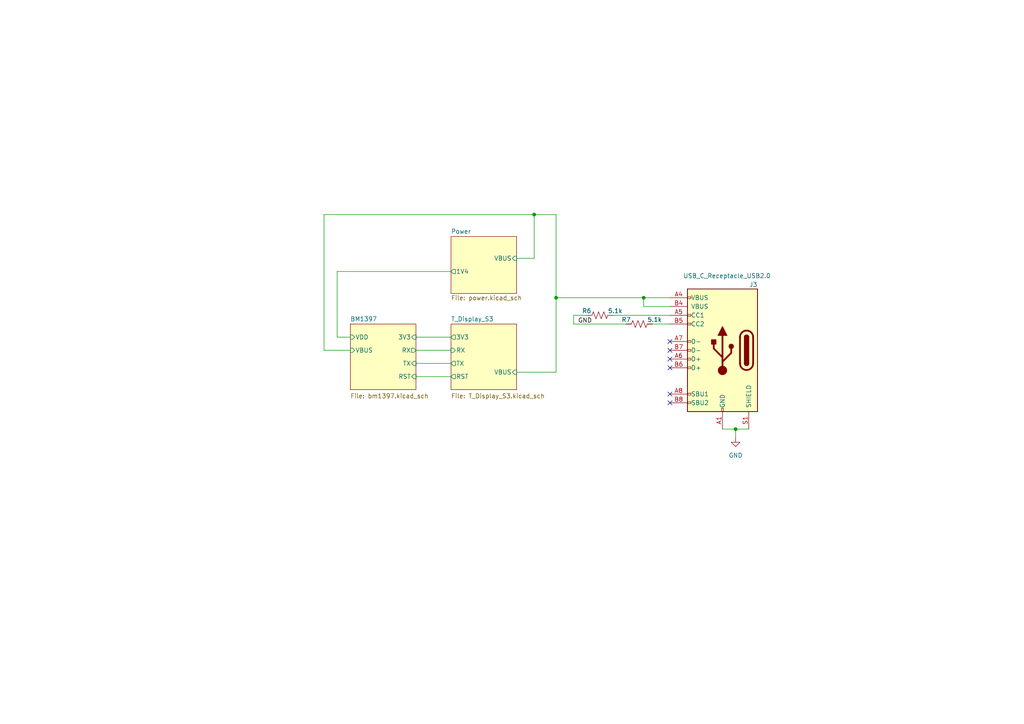
<source format=kicad_sch>
(kicad_sch (version 20231120) (generator "eeschema") (generator_version "8.0")
  (paper "A4")
  (title_block (title "NerdNOS") (date "2024-04-05") (rev "1"))
  (lib_symbols
    (symbol "Device:R_US" (pin_numbers hide) (pin_names (offset 0))
      (property "Reference" "R" (at 2.54 0 90))
      (property "Value" "R_US" (at -2.54 0 90))
      (symbol "R_US_0_1"
        (polyline (pts (xy 0 -2.286) (xy 0 -2.54)))
        (polyline (pts (xy 0 2.286) (xy 0 2.54)))
        (polyline (pts (xy 0 -0.762) (xy 1.016 -1.143) (xy 0 -1.524) (xy -1.016 -1.905) (xy 0 -2.286)))
        (polyline (pts (xy 0 0.762) (xy 1.016 0.381) (xy 0 0) (xy -1.016 -0.381) (xy 0 -0.762)))
        (polyline (pts (xy 0 2.286) (xy 1.016 1.905) (xy 0 1.524) (xy -1.016 1.143) (xy 0 0.762)))
      )
      (symbol "R_US_1_1"
        (pin passive line (at 0 3.81 270) (length 1.27) (name "~") (number "1"))
        (pin passive line (at 0 -3.81 90) (length 1.27) (name "~") (number "2"))
      )
    )
    (symbol "bitaxe:USB_C_Receptacle_USB2.0" (pin_names (offset 1.016))
      (property "Reference" "J" (at -10.16 19.05 0))
      (property "Value" "USB_C_Receptacle_USB2.0" (at 19.05 19.05 0))
      (symbol "USB_C_Receptacle_USB2.0_0_0"
        (rectangle (start -0.254 -17.78) (end 0.254 -16.764))
        (rectangle (start 10.16 -14.986) (end 9.144 -15.494))
        (rectangle (start 10.16 -12.446) (end 9.144 -12.954))
        (rectangle (start 10.16 -4.826) (end 9.144 -5.334))
        (rectangle (start 10.16 -2.286) (end 9.144 -2.794))
        (rectangle (start 10.16 0.254) (end 9.144 -0.254))
        (rectangle (start 10.16 2.794) (end 9.144 2.286))
        (rectangle (start 10.16 7.874) (end 9.144 7.366))
        (rectangle (start 10.16 10.414) (end 9.144 9.906))
        (rectangle (start 10.16 15.494) (end 9.144 14.986))
      )
      (symbol "USB_C_Receptacle_USB2.0_0_1"
        (rectangle (start -10.16 17.78) (end 10.16 -17.78) (stroke (width 0.254)) (fill (type background)))
        (arc (start -8.89 -3.81) (mid -6.985 -5.7067) (end -5.08 -3.81) (stroke (width 0.508)))
        (arc (start -7.62 -3.81) (mid -6.985 -4.4423) (end -6.35 -3.81) (stroke (width 0.254)))
        (arc (start -7.62 -3.81) (mid -6.985 -4.4423) (end -6.35 -3.81) (stroke (width 0.254)) (fill (type outline)))
        (rectangle (start -7.62 -3.81) (end -6.35 3.81) (stroke (width 0.254)) (fill (type outline)))
        (arc (start -6.35 3.81) (mid -6.985 4.4423) (end -7.62 3.81) (stroke (width 0.254)))
        (arc (start -6.35 3.81) (mid -6.985 4.4423) (end -7.62 3.81) (stroke (width 0.254)) (fill (type outline)))
        (arc (start -5.08 3.81) (mid -6.985 5.7067) (end -8.89 3.81) (stroke (width 0.508)))
        (circle (center -2.54 1.143) (radius 0.635) (stroke (width 0.254)) (fill (type outline)))
        (circle (center 0 -5.842) (radius 1.27) (fill (type outline)))
        (polyline (pts (xy -8.89 -3.81) (xy -8.89 3.81)) (stroke (width 0.508)))
        (polyline (pts (xy -5.08 3.81) (xy -5.08 -3.81)) (stroke (width 0.508)))
        (polyline (pts (xy 0 -5.842) (xy 0 4.318)) (stroke (width 0.508)))
        (polyline (pts (xy 0 -3.302) (xy -2.54 -0.762) (xy -2.54 0.508)) (stroke (width 0.508)))
        (polyline (pts (xy 0 -2.032) (xy 2.54 0.508) (xy 2.54 1.778)) (stroke (width 0.508)))
        (polyline (pts (xy -1.27 4.318) (xy 0 6.858) (xy 1.27 4.318) (xy -1.27 4.318)) (stroke (width 0.254)) (fill (type outline)))
        (rectangle (start 1.905 1.778) (end 3.175 3.048) (stroke (width 0.254)) (fill (type outline)))
      )
      (symbol "USB_C_Receptacle_USB2.0_1_1"
        (pin passive line (at 0 -22.86 90) (length 5.08) (name "GND") (number "A1"))
        (pin power_out line (at 15.24 15.24 180) (length 5.08) (name "VBUS") (number "A4"))
        (pin bidirectional line (at 15.24 10.16 180) (length 5.08) (name "CC1") (number "A5"))
        (pin bidirectional line (at 15.24 -2.54 180) (length 5.08) (name "D+") (number "A6"))
        (pin bidirectional line (at 15.24 2.54 180) (length 5.08) (name "D-") (number "A7"))
        (pin bidirectional line (at 15.24 -12.7 180) (length 5.08) (name "SBU1") (number "A8"))
        (pin passive line (at 0 -22.86 90) (length 5.08) hide (name "GND") (number "B1"))
        (pin passive line (at 15.24 12.7 180) (length 5.08) (name "VBUS") (number "B4"))
        (pin bidirectional line (at 15.24 7.62 180) (length 5.08) (name "CC2") (number "B5"))
        (pin bidirectional line (at 15.24 -5.08 180) (length 5.08) (name "D+") (number "B6"))
        (pin bidirectional line (at 15.24 0 180) (length 5.08) (name "D-") (number "B7"))
        (pin bidirectional line (at 15.24 -15.24 180) (length 5.08) (name "SBU2") (number "B8"))
        (pin passive line (at -7.62 -22.86 90) (length 5.08) (name "SHIELD") (number "S1"))
      )
    )
    (symbol "power:GND" (power) (pin_numbers hide) (pin_names (offset 0) hide)
      (property "Value" "GND" (at 0 -3.81 0))
      (symbol "GND_0_1"
        (polyline (pts (xy 0 0) (xy 0 -1.27) (xy 1.27 -1.27) (xy 0 -2.54) (xy -1.27 -1.27) (xy 0 -1.27)))
      )
      (symbol "GND_1_1"
        (pin power_in line (at 0 0 270) (length 0) (name "~") (number "1"))
      )
    )
  )
  (junction (at 154.94 62.23))
  (junction (at 213.36 124.46))
  (junction (at 161.29 86.36))
  (junction (at 186.69 86.36))
  (no_connect (at 194.31 101.6))
  (no_connect (at 194.31 99.06))
  (no_connect (at 194.31 106.68))
  (no_connect (at 194.31 114.3))
  (no_connect (at 194.31 104.14))
  (no_connect (at 194.31 116.84))
  (wire (pts (xy 189.23 93.98) (xy 194.31 93.98)))
  (wire (pts (xy 93.98 101.6) (xy 101.6 101.6)))
  (wire (pts (xy 120.65 109.22) (xy 130.81 109.22)))
  (wire (pts (xy 181.61 93.98) (xy 166.37 93.98)))
  (wire (pts (xy 154.94 74.93) (xy 154.94 62.23)))
  (wire (pts (xy 130.81 78.74) (xy 97.79 78.74)))
  (wire (pts (xy 166.37 93.98) (xy 166.37 91.44)))
  (wire (pts (xy 93.98 62.23) (xy 93.98 101.6)))
  (wire (pts (xy 120.65 101.6) (xy 130.81 101.6)))
  (wire (pts (xy 120.65 105.41) (xy 130.81 105.41)))
  (wire (pts (xy 186.69 86.36) (xy 186.69 88.9)))
  (wire (pts (xy 186.69 88.9) (xy 194.31 88.9)))
  (wire (pts (xy 93.98 62.23) (xy 154.94 62.23)))
  (wire (pts (xy 177.8 91.44) (xy 194.31 91.44)))
  (wire (pts (xy 120.65 97.79) (xy 130.81 97.79)))
  (wire (pts (xy 149.86 107.95) (xy 161.29 107.95)))
  (wire (pts (xy 161.29 86.36) (xy 161.29 107.95)))
  (wire (pts (xy 213.36 124.46) (xy 213.36 127)))
  (wire (pts (xy 97.79 78.74) (xy 97.79 97.79)))
  (wire (pts (xy 161.29 62.23) (xy 154.94 62.23)))
  (wire (pts (xy 161.29 62.23) (xy 161.29 86.36)))
  (wire (pts (xy 161.29 86.36) (xy 186.69 86.36)))
  (wire (pts (xy 209.55 124.46) (xy 213.36 124.46)))
  (wire (pts (xy 149.86 74.93) (xy 154.94 74.93)))
  (wire (pts (xy 97.79 97.79) (xy 101.6 97.79)))
  (wire (pts (xy 213.36 124.46) (xy 217.17 124.46)))
  (wire (pts (xy 166.37 91.44) (xy 170.18 91.44)))
  (wire (pts (xy 186.69 86.36) (xy 194.31 86.36)))
  (label "GND" (at 167.64 93.98 0))
  (symbol (lib_id "bitaxe:USB_C_Receptacle_USB2.0") (at 209.55 101.6 0) (mirror y) (unit 1)
    (property "Reference" "J3" (at 219.71 82.55 0) (effects (justify left)))
    (property "Value" "USB_C_Receptacle_USB2.0" (at 198.12 80.01 0) (effects (justify right)))
    (property "Footprint" "Connector_USB:USB_C_Receptacle_GCT_USB4105-xx-A_16P_TopMnt_Horizontal" (effects (hide yes)))
    (property "Datasheet" "https://www.usb.org/sites/default/files/documents/usb_type-c.zip" (effects (hide yes)))
    (property "Description" "USB 2.0-only Type-C Receptacle connector" (effects (hide yes)))
    (property "DK" "2073-USB4105-GF-ACT-ND" (effects (hide yes)))
    (property "PARTNO" "USB4105-GF-A" (effects (hide yes)))
  )
  (symbol (lib_id "power:GND") (at 213.36 127 0) (unit 1)
    (property "Reference" "#PWR04" (effects (hide yes)))
    (property "Value" "GND" (at 213.36 132.08 0))
    (property "Description" "Power symbol creates a global label with name \"GND\" , ground" (effects (hide yes)))
  )
  (symbol (lib_id "Device:R_US") (at 173.99 91.44 90) (unit 1)
    (property "Reference" "R6" (at 170.18 90.17 90))
    (property "Value" "5.1k" (at 178.435 90.17 90))
    (property "Footprint" "Resistor_SMD:R_0402_1005Metric" (effects (hide yes)))
    (property "DK" "RMCF0402JT5K10CT-ND" (effects (hide yes)))
    (property "PARTNO" "RMCF0402JT5K10" (effects (hide yes)))
  )
  (symbol (lib_id "Device:R_US") (at 185.42 93.98 90) (unit 1)
    (property "Reference" "R7" (at 181.61 92.71 90))
    (property "Value" "5.1k" (at 189.865 92.71 90))
    (property "Footprint" "Resistor_SMD:R_0402_1005Metric" (effects (hide yes)))
    (property "DK" "RMCF0402JT5K10CT-ND" (effects (hide yes)))
    (property "PARTNO" "RMCF0402JT5K10" (effects (hide yes)))
  )
  (sheet (at 101.6 93.98) (size 19.05 19.05) (stroke (width 0.1524)) (fill (color 255 255 194 1.0000))
    (property "Sheetname" "BM1397" (at 101.6 93.2684 0) (effects (justify left bottom)))
    (property "Sheetfile" "bm1397.kicad_sch" (at 101.6 114.1226 0) (effects (justify left top)))
    (pin "VDD" input (at 101.6 97.79 180))
    (pin "TX" input (at 120.65 105.41 0))
    (pin "3V3" input (at 120.65 97.79 0))
    (pin "RX" output (at 120.65 101.6 0))
    (pin "RST" input (at 120.65 109.22 0))
    (pin "VBUS" input (at 101.6 101.6 180))
  )
  (sheet (at 130.81 68.58) (size 19.05 16.51) (stroke (width 0.1524)) (fill (color 255 255 194 1.0000))
    (property "Sheetname" "Power" (at 130.81 67.8684 0) (effects (justify left bottom)))
    (property "Sheetfile" "power.kicad_sch" (at 130.81 85.6746 0) (effects (justify left top)))
    (pin "VBUS" input (at 149.86 74.93 0))
    (pin "1V4" output (at 130.81 78.74 180))
  )
  (sheet (at 130.81 93.98) (size 19.05 19.05) (stroke (width 0.1524)) (fill (color 255 255 194 1.0000))
    (property "Sheetname" "T_Display_S3" (at 130.81 93.2684 0) (effects (justify left bottom)))
    (property "Sheetfile" "T_Display_S3.kicad_sch" (at 130.81 114.1226 0) (effects (justify left top)))
    (pin "VBUS" input (at 149.86 107.95 0))
    (pin "RX" input (at 130.81 101.6 180))
    (pin "TX" output (at 130.81 105.41 180))
    (pin "RST" output (at 130.81 109.22 180))
    (pin "3V3" output (at 130.81 97.79 180))
  )
)
</source>
